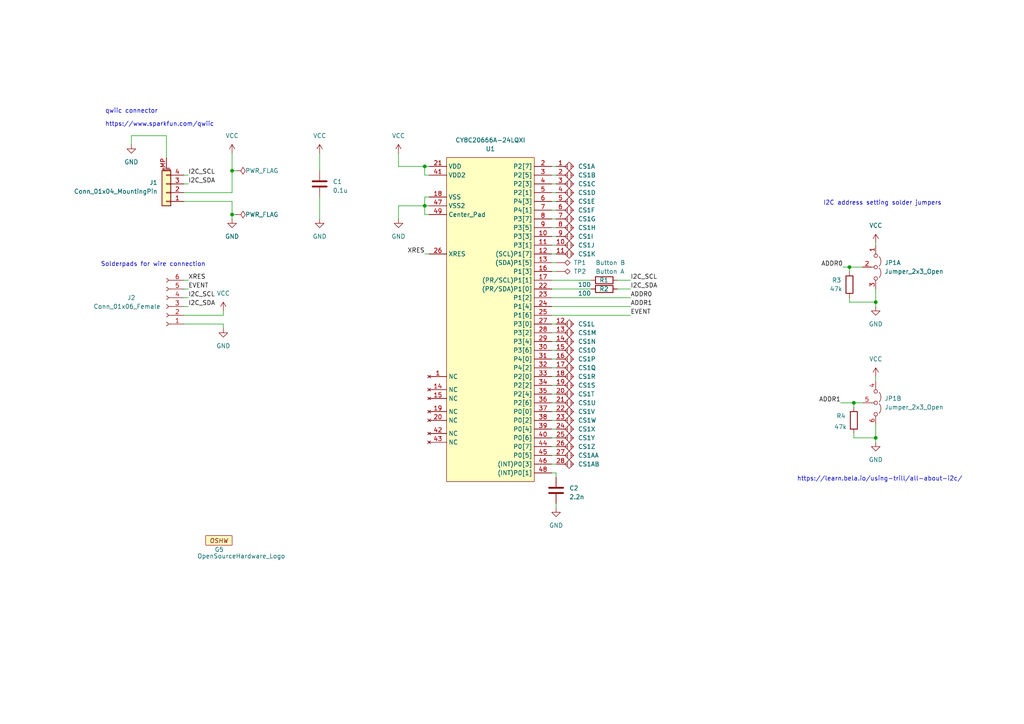
<source format=kicad_sch>
(kicad_sch (version 20230121) (generator eeschema)
  (paper "A4")
  (title_block (title "TRILL-RING") (date "2022-10-26") (rev "C3") (company "BELA / Augmented Instruments Ltd.") (comment 1 "https://bela.io"))
  (lib_symbols
    (symbol "Bela:TRILL_RING-28_CapSense" (in_bom no)
      (property "Reference" "CS" (at 4.699 -0.127 0))
      (symbol "TRILL_RING-28_CapSense_0_1"
        (polyline (pts (xy 0.762 0) (xy 0 0)))
        (polyline (pts (xy 0.762 0.762) (xy 0.762 -0.762)))
        (polyline (pts (xy 1.778 0.762) (xy 1.778 -0.762)))
        (polyline (pts (xy 2.54 0) (xy 1.778 0)))
        (polyline (pts (xy 0 0) (xy 1.27 1.27) (xy 2.54 0) (xy 1.27 -1.27) (xy 0 0)))
      )
      (symbol "TRILL_RING-28_CapSense_1_1"
        (pin input line (at -2.54 0 0) (length 2.54) (name "") (number "1"))
      )
      (symbol "TRILL_RING-28_CapSense_2_1"
        (pin input line (at -2.54 0 0) (length 2.54) (name "") (number "2"))
      )
      (symbol "TRILL_RING-28_CapSense_3_1"
        (pin input line (at -2.54 0 0) (length 2.54) (name "") (number "3"))
      )
      (symbol "TRILL_RING-28_CapSense_4_1"
        (pin input line (at -2.54 0 0) (length 2.54) (name "") (number "4"))
      )
      (symbol "TRILL_RING-28_CapSense_5_1"
        (pin input line (at -2.54 0 0) (length 2.54) (name "") (number "5"))
      )
      (symbol "TRILL_RING-28_CapSense_6_1"
        (pin input line (at -2.54 0 0) (length 2.54) (name "") (number "6"))
      )
      (symbol "TRILL_RING-28_CapSense_7_1"
        (pin input line (at -2.54 0 0) (length 2.54) (name "") (number "7"))
      )
      (symbol "TRILL_RING-28_CapSense_8_1"
        (pin input line (at -2.54 0 0) (length 2.54) (name "") (number "8"))
      )
      (symbol "TRILL_RING-28_CapSense_9_1"
        (pin input line (at -2.54 0 0) (length 2.54) (name "") (number "9"))
      )
      (symbol "TRILL_RING-28_CapSense_10_1"
        (pin input line (at -2.54 0 0) (length 2.54) (name "") (number "10"))
      )
      (symbol "TRILL_RING-28_CapSense_11_1"
        (pin input line (at -2.54 0 0) (length 2.54) (name "") (number "11"))
      )
      (symbol "TRILL_RING-28_CapSense_12_1"
        (pin input line (at -2.54 0 0) (length 2.54) (name "") (number "12"))
      )
      (symbol "TRILL_RING-28_CapSense_13_1"
        (pin input line (at -2.54 0 0) (length 2.54) (name "") (number "13"))
      )
      (symbol "TRILL_RING-28_CapSense_14_1"
        (pin input line (at -2.54 0 0) (length 2.54) (name "") (number "14"))
      )
      (symbol "TRILL_RING-28_CapSense_15_1"
        (pin input line (at -2.54 0 0) (length 2.54) (name "") (number "15"))
      )
      (symbol "TRILL_RING-28_CapSense_16_1"
        (pin input line (at -2.54 0 0) (length 2.54) (name "") (number "16"))
      )
      (symbol "TRILL_RING-28_CapSense_17_1"
        (pin input line (at -2.54 0 0) (length 2.54) (name "") (number "17"))
      )
      (symbol "TRILL_RING-28_CapSense_18_1"
        (pin input line (at -2.54 0 0) (length 2.54) (name "") (number "18"))
      )
      (symbol "TRILL_RING-28_CapSense_19_1"
        (pin input line (at -2.54 0 0) (length 2.54) (name "") (number "19"))
      )
      (symbol "TRILL_RING-28_CapSense_20_1"
        (pin input line (at -2.54 0 0) (length 2.54) (name "") (number "20"))
      )
      (symbol "TRILL_RING-28_CapSense_21_1"
        (pin input line (at -2.54 0 0) (length 2.54) (name "") (number "21"))
      )
      (symbol "TRILL_RING-28_CapSense_22_1"
        (pin input line (at -2.54 0 0) (length 2.54) (name "") (number "22"))
      )
      (symbol "TRILL_RING-28_CapSense_23_1"
        (pin input line (at -2.54 0 0) (length 2.54) (name "") (number "23"))
      )
      (symbol "TRILL_RING-28_CapSense_24_1"
        (pin input line (at -2.54 0 0) (length 2.54) (name "") (number "24"))
      )
      (symbol "TRILL_RING-28_CapSense_25_1"
        (pin input line (at -2.54 0 0) (length 2.54) (name "") (number "25"))
      )
      (symbol "TRILL_RING-28_CapSense_26_1"
        (pin input line (at -2.54 0 0) (length 2.54) (name "") (number "26"))
      )
      (symbol "TRILL_RING-28_CapSense_27_1"
        (pin input line (at -2.54 0 0) (length 2.54) (name "") (number "27"))
      )
      (symbol "TRILL_RING-28_CapSense_28_1"
        (pin input line (at -2.54 0 0) (length 2.54) (name "") (number "28"))
      )
    )
    (symbol "Connector:Conn_01x06_Female" (pin_names (offset 1.016) hide)
      (property "Reference" "J" (at 0 7.62 0))
      (property "Value" "Conn_01x06_Female" (at 0 -10.16 0))
      (symbol "Conn_01x06_Female_1_1"
        (arc (start 0 -7.112) (mid -0.5058 -7.62) (end 0 -8.128) (stroke (width 0.1524)))
        (arc (start 0 -4.572) (mid -0.5058 -5.08) (end 0 -5.588) (stroke (width 0.1524)))
        (arc (start 0 -2.032) (mid -0.5058 -2.54) (end 0 -3.048) (stroke (width 0.1524)))
        (polyline (pts (xy -1.27 -7.62) (xy -0.508 -7.62)) (stroke (width 0.1524)))
        (polyline (pts (xy -1.27 -5.08) (xy -0.508 -5.08)) (stroke (width 0.1524)))
        (polyline (pts (xy -1.27 -2.54) (xy -0.508 -2.54)) (stroke (width 0.1524)))
        (polyline (pts (xy -1.27 0) (xy -0.508 0)) (stroke (width 0.1524)))
        (polyline (pts (xy -1.27 2.54) (xy -0.508 2.54)) (stroke (width 0.1524)))
        (polyline (pts (xy -1.27 5.08) (xy -0.508 5.08)) (stroke (width 0.1524)))
        (arc (start 0 0.508) (mid -0.5058 0) (end 0 -0.508) (stroke (width 0.1524)))
        (arc (start 0 3.048) (mid -0.5058 2.54) (end 0 2.032) (stroke (width 0.1524)))
        (arc (start 0 5.588) (mid -0.5058 5.08) (end 0 4.572) (stroke (width 0.1524)))
        (pin passive line (at -5.08 5.08 0) (length 3.81) (name "Pin_1") (number "1"))
        (pin passive line (at -5.08 2.54 0) (length 3.81) (name "Pin_2") (number "2"))
        (pin passive line (at -5.08 0 0) (length 3.81) (name "Pin_3") (number "3"))
        (pin passive line (at -5.08 -2.54 0) (length 3.81) (name "Pin_4") (number "4"))
        (pin passive line (at -5.08 -5.08 0) (length 3.81) (name "Pin_5") (number "5"))
        (pin passive line (at -5.08 -7.62 0) (length 3.81) (name "Pin_6") (number "6"))
      )
    )
    (symbol "Connector:TestPoint_Alt" (pin_numbers hide) (pin_names (offset 0.762) hide)
      (property "Reference" "TP" (at 0 6.858 0))
      (property "Value" "TestPoint_Alt" (at 0 5.08 0))
      (symbol "TestPoint_Alt_0_1"
        (polyline (pts (xy 0 2.54) (xy -0.762 3.302) (xy 0 4.064) (xy 0.762 3.302) (xy 0 2.54)))
      )
      (symbol "TestPoint_Alt_1_1"
        (pin passive line (at 0 0 90) (length 2.54) (name "1") (number "1"))
      )
    )
    (symbol "Connector_Generic_MountingPin:Conn_01x04_MountingPin" (pin_names (offset 1.016) hide)
      (property "Reference" "J" (at 0 5.08 0))
      (property "Value" "Conn_01x04_MountingPin" (at 1.27 -7.62 0))
      (symbol "Conn_01x04_MountingPin_1_1"
        (rectangle (start -1.27 -4.953) (end 0 -5.207) (stroke (width 0.1524)))
        (rectangle (start -1.27 -2.413) (end 0 -2.667) (stroke (width 0.1524)))
        (rectangle (start -1.27 0.127) (end 0 -0.127) (stroke (width 0.1524)))
        (rectangle (start -1.27 2.667) (end 0 2.413) (stroke (width 0.1524)))
        (rectangle (start -1.27 3.81) (end 1.27 -6.35) (stroke (width 0.254)) (fill (type background)))
        (polyline (pts (xy -1.016 -7.112) (xy 1.016 -7.112)) (stroke (width 0.1524)))
        (text "Mounting" (at 0 -6.731 0) (effects (font (size 0.381 0.381))))
        (pin passive line (at -5.08 2.54 0) (length 3.81) (name "Pin_1") (number "1"))
        (pin passive line (at -5.08 0 0) (length 3.81) (name "Pin_2") (number "2"))
        (pin passive line (at -5.08 -2.54 0) (length 3.81) (name "Pin_3") (number "3"))
        (pin passive line (at -5.08 -5.08 0) (length 3.81) (name "Pin_4") (number "4"))
        (pin passive line (at 0 -10.16 90) (length 3.048) (name "MountPin") (number "MP"))
      )
    )
    (symbol "Device:C" (pin_numbers hide) (pin_names (offset 0.254))
      (property "Reference" "C" (at 0.635 2.54 0))
      (property "Value" "C" (at 0.635 -2.54 0))
      (symbol "C_0_1"
        (polyline (pts (xy -2.032 -0.762) (xy 2.032 -0.762)) (stroke (width 0.508)))
        (polyline (pts (xy -2.032 0.762) (xy 2.032 0.762)) (stroke (width 0.508)))
      )
      (symbol "C_1_1"
        (pin passive line (at 0 3.81 270) (length 2.794) (name "~") (number "1"))
        (pin passive line (at 0 -3.81 90) (length 2.794) (name "~") (number "2"))
      )
    )
    (symbol "Device:R" (pin_numbers hide) (pin_names (offset 0))
      (property "Reference" "R" (at 2.032 0 90))
      (property "Value" "R" (at 0 0 90))
      (symbol "R_0_1"
        (rectangle (start -1.016 -2.54) (end 1.016 2.54) (stroke (width 0.254)))
      )
      (symbol "R_1_1"
        (pin passive line (at 0 3.81 270) (length 1.27) (name "~") (number "1"))
        (pin passive line (at 0 -3.81 90) (length 1.27) (name "~") (number "2"))
      )
    )
    (symbol "TRILL:CY8C206X6A"
      (property "Reference" "U" (at 0 -53.34 0))
      (property "Value" "CY8C206X6A" (at 0 -50.8 0))
      (symbol "CY8C206X6A_0_1"
        (rectangle (start -12.7 45.72) (end 12.7 -48.26) (fill (type background)))
      )
      (symbol "CY8C206X6A_1_0"
        (pin no_connect line (at -17.78 -17.78 0) (length 5.08) (name "NC") (number "1"))
        (pin bidirectional line (at 17.78 22.86 180) (length 5.08) (name "P3[3]") (number "10"))
        (pin bidirectional line (at 17.78 20.32 180) (length 5.08) (name "P3[1]") (number "11"))
        (pin bidirectional line (at 17.78 17.78 180) (length 5.08) (name "(SCL)P1[7]") (number "12"))
        (pin bidirectional line (at 17.78 15.24 180) (length 5.08) (name "(SDA)P1[5]") (number "13"))
        (pin no_connect line (at -17.78 -21.59 0) (length 5.08) (name "NC") (number "14"))
        (pin no_connect line (at -17.78 -24.13 0) (length 5.08) (name "NC") (number "15"))
        (pin bidirectional line (at 17.78 12.7 180) (length 5.08) (name "P1[3]") (number "16"))
        (pin bidirectional line (at 17.78 10.16 180) (length 5.08) (name "(PR/SCL)P1[1]") (number "17"))
        (pin power_in line (at -17.78 34.29 0) (length 5.08) (name "VSS") (number "18"))
        (pin no_connect line (at -17.78 -27.94 0) (length 5.08) (name "NC") (number "19"))
        (pin bidirectional line (at 17.78 43.18 180) (length 5.08) (name "P2[7]") (number "2"))
        (pin no_connect line (at -17.78 -30.48 0) (length 5.08) (name "NC") (number "20"))
        (pin power_in line (at -17.78 43.18 0) (length 5.08) (name "VDD") (number "21"))
        (pin bidirectional line (at 17.78 7.62 180) (length 5.08) (name "(PR/SDA)P1[0]") (number "22"))
        (pin bidirectional line (at 17.78 5.08 180) (length 5.08) (name "P1[2]") (number "23"))
        (pin bidirectional line (at 17.78 2.54 180) (length 5.08) (name "P1[4]") (number "24"))
        (pin bidirectional line (at 17.78 0 180) (length 5.08) (name "P1[6]") (number "25"))
        (pin input line (at -17.78 17.78 0) (length 5.08) (name "XRES") (number "26"))
        (pin bidirectional line (at 17.78 -2.54 180) (length 5.08) (name "P3[0]") (number "27"))
        (pin bidirectional line (at 17.78 -5.08 180) (length 5.08) (name "P3[2]") (number "28"))
        (pin bidirectional line (at 17.78 -7.62 180) (length 5.08) (name "P3[4]") (number "29"))
        (pin bidirectional line (at 17.78 40.64 180) (length 5.08) (name "P2[5]") (number "3"))
        (pin bidirectional line (at 17.78 -10.16 180) (length 5.08) (name "P3[6]") (number "30"))
        (pin bidirectional line (at 17.78 -12.7 180) (length 5.08) (name "P4[0]") (number "31"))
        (pin bidirectional line (at 17.78 -15.24 180) (length 5.08) (name "P4[2]") (number "32"))
        (pin bidirectional line (at 17.78 -17.78 180) (length 5.08) (name "P2[0]") (number "33"))
        (pin bidirectional line (at 17.78 -20.32 180) (length 5.08) (name "P2[2]") (number "34"))
        (pin bidirectional line (at 17.78 -22.86 180) (length 5.08) (name "P2[4]") (number "35"))
        (pin bidirectional line (at 17.78 -25.4 180) (length 5.08) (name "P2[6]") (number "36"))
        (pin bidirectional line (at 17.78 -27.94 180) (length 5.08) (name "P0[0]") (number "37"))
        (pin bidirectional line (at 17.78 -30.48 180) (length 5.08) (name "P0[2]") (number "38"))
        (pin bidirectional line (at 17.78 -33.02 180) (length 5.08) (name "P0[4]") (number "39"))
        (pin bidirectional line (at 17.78 38.1 180) (length 5.08) (name "P2[3]") (number "4"))
        (pin bidirectional line (at 17.78 -35.56 180) (length 5.08) (name "P0[6]") (number "40"))
        (pin power_in line (at -17.78 40.64 0) (length 5.08) (name "VDD2") (number "41"))
        (pin no_connect line (at -17.78 -34.29 0) (length 5.08) (name "NC") (number "42"))
        (pin no_connect line (at -17.78 -36.83 0) (length 5.08) (name "NC") (number "43"))
        (pin bidirectional line (at 17.78 -38.1 180) (length 5.08) (name "P0[7]") (number "44"))
        (pin bidirectional line (at 17.78 -40.64 180) (length 5.08) (name "P0[5]") (number "45"))
        (pin bidirectional line (at 17.78 -43.18 180) (length 5.08) (name "(INT)P0[3]") (number "46"))
        (pin power_in line (at -17.78 31.75 0) (length 5.08) (name "VSS2") (number "47"))
        (pin bidirectional line (at 17.78 -45.72 180) (length 5.08) (name "(INT)P0[1]") (number "48"))
        (pin power_in line (at -17.78 29.21 0) (length 5.08) (name "Center_Pad") (number "49"))
        (pin bidirectional line (at 17.78 35.56 180) (length 5.08) (name "P2[1]") (number "5"))
        (pin bidirectional line (at 17.78 33.02 180) (length 5.08) (name "P4[3]") (number "6"))
        (pin bidirectional line (at 17.78 30.48 180) (length 5.08) (name "P4[1]") (number "7"))
        (pin bidirectional line (at 17.78 27.94 180) (length 5.08) (name "P3[7]") (number "8"))
        (pin bidirectional line (at 17.78 25.4 180) (length 5.08) (name "P3[5]") (number "9"))
      )
    )
    (symbol "TRILL:Jumper_2x3_Open" (pin_names (offset 0) hide)
      (property "Reference" "JP" (at -2.54 -2.54 0))
      (property "Value" "Jumper_2x3_Open" (at 0 2.794 0))
      (symbol "Jumper_2x3_Open_0_0"
        (circle (center -3.302 0) (radius 0.508))
        (circle (center 0 0) (radius 0.508))
        (circle (center 3.302 0) (radius 0.508))
      )
      (symbol "Jumper_2x3_Open_0_1"
        (arc (start -0.254 1.016) (mid -1.651 1.4992) (end -3.048 1.016))
        (polyline (pts (xy 0 -0.508) (xy 0 -1.27)))
        (arc (start 3.048 1.016) (mid 1.651 1.4992) (end 0.254 1.016))
      )
      (symbol "Jumper_2x3_Open_1_1"
        (pin passive line (at -6.35 0 0) (length 2.54) (name "A") (number "1"))
        (pin passive line (at 0 -3.81 90) (length 2.54) (name "C") (number "2"))
        (pin passive line (at 6.35 0 180) (length 2.54) (name "B") (number "3"))
      )
      (symbol "Jumper_2x3_Open_2_1"
        (pin passive line (at -6.35 0 0) (length 2.54) (name "A") (number "4"))
        (pin passive line (at 0 -3.81 90) (length 2.54) (name "A") (number "5"))
        (pin passive line (at 6.35 0 180) (length 2.54) (name "B") (number "6"))
      )
    )
    (symbol "TRILL:OpenSourceHardware_Logo" (pin_numbers hide) (pin_names (offset 0) hide) (in_bom no)
      (property "Reference" "G" (at 0 0 0))
      (property "Value" "OpenSourceHardware_Logo" (at 0.0508 1.9812 0))
      (symbol "OpenSourceHardware_Logo_0_0"
        (text "" (at -8.2804 -10.668 0) (effects (font (size 1.27 1.27))))
        (text "" (at -5.3594 -2.286 0) (effects (font (size 1.27 1.27))))
        (text "OSHW" (at 0 6.35 0) (effects (font (size 1.27 1.27) italic)))
      )
      (symbol "OpenSourceHardware_Logo_0_1"
        (rectangle (start -3.81 7.8232) (end 3.81 5.08) (fill (type background)))
      )
    )
    (symbol "power:GND" (power) (pin_names (offset 0))
      (property "Value" "GND" (at 0 -3.81 0))
      (symbol "GND_0_1"
        (polyline (pts (xy 0 0) (xy 0 -1.27) (xy 1.27 -1.27) (xy 0 -2.54) (xy -1.27 -1.27) (xy 0 -1.27)))
      )
      (symbol "GND_1_1"
        (pin power_in line (at 0 0 270) (length 0) hide (name "GND") (number "1"))
      )
    )
    (symbol "power:PWR_FLAG" (power) (pin_numbers hide) (pin_names (offset 0) hide)
      (property "Value" "PWR_FLAG" (at 0 3.81 0))
      (symbol "PWR_FLAG_0_0"
        (pin power_out line (at 0 0 90) (length 0) (name "pwr") (number "1"))
      )
      (symbol "PWR_FLAG_0_1"
        (polyline (pts (xy 0 0) (xy 0 1.27) (xy -1.016 1.905) (xy 0 2.54) (xy 1.016 1.905) (xy 0 1.27)))
      )
    )
    (symbol "power:VCC" (power) (pin_names (offset 0))
      (property "Value" "VCC" (at 0 3.81 0))
      (symbol "VCC_0_1"
        (polyline (pts (xy -0.762 1.27) (xy 0 2.54)))
        (polyline (pts (xy 0 0) (xy 0 2.54)))
        (polyline (pts (xy 0 2.54) (xy 0.762 1.27)))
      )
      (symbol "VCC_1_1"
        (pin power_in line (at 0 0 90) (length 0) hide (name "VCC") (number "1"))
      )
    )
  )
  (junction (at 246.38 77.47))
  (junction (at 254 127))
  (junction (at 247.65 116.84))
  (junction (at 123.19 48.26))
  (junction (at 123.19 59.69))
  (junction (at 67.31 62.23))
  (junction (at 254 87.63))
  (junction (at 67.31 49.53))
  (wire (pts (xy 53.34 88.9) (xy 54.61 88.9)))
  (wire (pts (xy 53.34 86.36) (xy 54.61 86.36)))
  (wire (pts (xy 68.58 49.53) (xy 67.31 49.53)))
  (wire (pts (xy 160.02 101.6) (xy 161.29 101.6)))
  (wire (pts (xy 254 127) (xy 247.65 127)))
  (wire (pts (xy 254 123.19) (xy 254 127)))
  (wire (pts (xy 115.57 59.69) (xy 115.57 63.5)))
  (wire (pts (xy 160.02 88.9) (xy 182.88 88.9)))
  (wire (pts (xy 160.02 71.12) (xy 161.29 71.12)))
  (wire (pts (xy 124.46 57.15) (xy 123.19 57.15)))
  (wire (pts (xy 160.02 119.38) (xy 161.29 119.38)))
  (wire (pts (xy 244.475 77.47) (xy 246.38 77.47)))
  (wire (pts (xy 67.31 49.53) (xy 67.31 44.45)))
  (wire (pts (xy 161.29 138.43) (xy 161.29 137.16)))
  (wire (pts (xy 160.02 73.66) (xy 161.29 73.66)))
  (wire (pts (xy 123.19 50.8) (xy 123.19 48.26)))
  (wire (pts (xy 160.02 83.82) (xy 171.45 83.82)))
  (wire (pts (xy 53.34 91.44) (xy 64.77 91.44)))
  (wire (pts (xy 160.02 55.88) (xy 161.29 55.88)))
  (wire (pts (xy 53.34 53.34) (xy 54.61 53.34)))
  (wire (pts (xy 160.02 60.96) (xy 161.29 60.96)))
  (wire (pts (xy 67.31 58.42) (xy 67.31 62.23)))
  (wire (pts (xy 247.65 125.73) (xy 247.65 127)))
  (wire (pts (xy 254 109.22) (xy 254 110.49)))
  (wire (pts (xy 160.02 58.42) (xy 161.29 58.42)))
  (wire (pts (xy 160.02 127) (xy 161.29 127)))
  (wire (pts (xy 48.26 39.37) (xy 38.1 39.37)))
  (wire (pts (xy 160.02 134.62) (xy 161.29 134.62)))
  (wire (pts (xy 254 70.485) (xy 254 71.12)))
  (wire (pts (xy 48.26 39.37) (xy 48.26 45.72)))
  (wire (pts (xy 160.02 106.68) (xy 161.29 106.68)))
  (wire (pts (xy 53.34 83.82) (xy 54.61 83.82)))
  (wire (pts (xy 160.02 104.14) (xy 161.29 104.14)))
  (wire (pts (xy 64.77 91.44) (xy 64.77 90.17)))
  (wire (pts (xy 160.02 53.34) (xy 161.29 53.34)))
  (wire (pts (xy 123.19 59.69) (xy 115.57 59.69)))
  (wire (pts (xy 160.02 99.06) (xy 161.29 99.06)))
  (wire (pts (xy 254 127) (xy 254 128.27)))
  (wire (pts (xy 92.71 44.45) (xy 92.71 49.53)))
  (wire (pts (xy 160.02 86.36) (xy 182.88 86.36)))
  (wire (pts (xy 160.02 93.98) (xy 161.29 93.98)))
  (wire (pts (xy 254 88.9) (xy 254 87.63)))
  (wire (pts (xy 124.46 50.8) (xy 123.19 50.8)))
  (wire (pts (xy 160.02 114.3) (xy 161.29 114.3)))
  (wire (pts (xy 160.02 91.44) (xy 182.88 91.44)))
  (wire (pts (xy 246.38 86.36) (xy 246.38 87.63)))
  (wire (pts (xy 179.07 83.82) (xy 182.88 83.82)))
  (wire (pts (xy 160.02 81.28) (xy 171.45 81.28)))
  (wire (pts (xy 68.58 62.23) (xy 67.31 62.23)))
  (wire (pts (xy 160.02 121.92) (xy 161.29 121.92)))
  (wire (pts (xy 123.19 59.69) (xy 123.19 62.23)))
  (wire (pts (xy 67.31 55.88) (xy 67.31 49.53)))
  (wire (pts (xy 160.02 129.54) (xy 161.29 129.54)))
  (wire (pts (xy 160.02 116.84) (xy 161.29 116.84)))
  (wire (pts (xy 246.38 77.47) (xy 246.38 78.74)))
  (wire (pts (xy 160.02 68.58) (xy 161.29 68.58)))
  (wire (pts (xy 247.65 116.84) (xy 250.19 116.84)))
  (wire (pts (xy 123.19 48.26) (xy 124.46 48.26)))
  (wire (pts (xy 254 83.82) (xy 254 87.63)))
  (wire (pts (xy 160.02 124.46) (xy 161.29 124.46)))
  (wire (pts (xy 247.65 116.84) (xy 247.65 118.11)))
  (wire (pts (xy 123.19 73.66) (xy 124.46 73.66)))
  (wire (pts (xy 53.34 81.28) (xy 54.61 81.28)))
  (wire (pts (xy 123.19 62.23) (xy 124.46 62.23)))
  (wire (pts (xy 160.02 109.22) (xy 161.29 109.22)))
  (wire (pts (xy 160.02 111.76) (xy 161.29 111.76)))
  (wire (pts (xy 246.38 87.63) (xy 254 87.63)))
  (wire (pts (xy 246.38 77.47) (xy 250.19 77.47)))
  (wire (pts (xy 67.31 62.23) (xy 67.31 63.5)))
  (wire (pts (xy 123.19 57.15) (xy 123.19 59.69)))
  (wire (pts (xy 53.34 55.88) (xy 67.31 55.88)))
  (wire (pts (xy 92.71 57.15) (xy 92.71 63.5)))
  (wire (pts (xy 179.07 81.28) (xy 182.88 81.28)))
  (wire (pts (xy 160.02 78.74) (xy 161.29 78.74)))
  (wire (pts (xy 243.84 116.84) (xy 247.65 116.84)))
  (wire (pts (xy 160.02 76.2) (xy 161.29 76.2)))
  (wire (pts (xy 64.77 93.98) (xy 64.77 95.25)))
  (wire (pts (xy 38.1 39.37) (xy 38.1 41.91)))
  (wire (pts (xy 123.19 48.26) (xy 115.57 48.26)))
  (wire (pts (xy 161.29 146.05) (xy 161.29 147.32)))
  (wire (pts (xy 53.34 58.42) (xy 67.31 58.42)))
  (wire (pts (xy 160.02 132.08) (xy 161.29 132.08)))
  (wire (pts (xy 160.02 50.8) (xy 161.29 50.8)))
  (wire (pts (xy 161.29 137.16) (xy 160.02 137.16)))
  (wire (pts (xy 160.02 96.52) (xy 161.29 96.52)))
  (wire (pts (xy 53.34 93.98) (xy 64.77 93.98)))
  (wire (pts (xy 160.02 63.5) (xy 161.29 63.5)))
  (wire (pts (xy 124.46 59.69) (xy 123.19 59.69)))
  (wire (pts (xy 160.02 48.26) (xy 161.29 48.26)))
  (wire (pts (xy 115.57 44.45) (xy 115.57 48.26)))
  (wire (pts (xy 160.02 66.04) (xy 161.29 66.04)))
  (wire (pts (xy 53.34 50.8) (xy 54.61 50.8)))
  (text "I2C address setting solder jumpers" (at 238.76 59.69 0) (effects (font (size 1.27 1.27)) (justify left bottom)))
  (text "qwiic connector" (at 30.48 33.02 0) (effects (font (size 1.27 1.27)) (justify left bottom)))
  (text "Solderpads for wire connection" (at 29.21 77.47 0) (effects (font (size 1.27 1.27)) (justify left bottom)))
  (text "https://learn.bela.io/using-trill/all-about-i2c/" (at 231.14 139.7 0) (effects (font (size 1.27 1.27)) (justify left bottom)))
  (text "https://www.sparkfun.com/qwiic" (at 30.48 36.83 0) (effects (font (size 1.27 1.27)) (justify left bottom)))
  (label "ADDR1" (at 182.88 88.9 0))
  (label "I2C_SCL" (at 54.61 86.36 0))
  (label "I2C_SCL" (at 54.61 50.8 0))
  (label "I2C_SDA" (at 54.61 88.9 0))
  (label "I2C_SCL" (at 182.88 81.28 0))
  (label "ADDR1" (at 243.84 116.84 0))
  (label "XRES" (at 123.19 73.66 0))
  (label "I2C_SDA" (at 54.61 53.34 0))
  (label "ADDR0" (at 244.475 77.47 0))
  (label "XRES" (at 54.61 81.28 0))
  (label "I2C_SDA" (at 182.88 83.82 0))
  (label "EVENT" (at 54.61 83.82 0))
  (label "EVENT" (at 182.88 91.44 0))
  (label "ADDR0" (at 182.88 86.36 0))
  (symbol (lib_id "power:GND") (at 254 128.27 0) (unit 1)
    (property "Reference" "#PWR014" (effects hide))
    (property "Value" "GND" (at 254 133.35 0))
  )
  (symbol (lib_id "Bela:TRILL_RING-28_CapSense") (at 163.83 134.62 0) (unit 28) (in_bom no)
    (property "Reference" "CS1" (at 167.64 134.6199 0) (effects (justify left)))
    (property "Value" "TRILL_RING-28_CapSense" (effects hide))
    (property "Footprint" "TRILL:TRILL_RING_CapSense" (effects hide))
  )
  (symbol (lib_id "Bela:TRILL_RING-28_CapSense") (at 163.83 124.46 0) (unit 24) (in_bom no)
    (property "Reference" "CS1" (at 167.64 124.4599 0) (effects (justify left)))
    (property "Value" "TRILL_RING-28_CapSense" (effects hide))
    (property "Footprint" "TRILL:TRILL_RING_CapSense" (effects hide))
  )
  (symbol (lib_id "Bela:TRILL_RING-28_CapSense") (at 163.83 68.58 0) (unit 9) (in_bom no)
    (property "Reference" "CS1" (at 167.64 68.5799 0) (effects (justify left)))
    (property "Value" "TRILL_RING-28_CapSense" (effects hide))
    (property "Footprint" "TRILL:TRILL_RING_CapSense" (effects hide))
  )
  (symbol (lib_id "Device:C") (at 161.29 142.24 0) (unit 1)
    (property "Reference" "C2" (at 165.1 141.605 0) (effects (justify left)))
    (property "Value" "2.2n" (at 165.1 144.145 0) (effects (justify left)))
    (property "Footprint" "Capacitor_SMD:C_0402_1005Metric" (effects hide))
  )
  (symbol (lib_id "Connector:Conn_01x06_Female") (at 48.26 88.9 180) (unit 1) (in_bom no)
    (property "Reference" "J2" (at 38.1 86.36 0))
    (property "Value" "Conn_01x06_Female" (at 36.83 88.9 0))
    (property "Footprint" "TRILL:I2C+EVT_RST_Wire_connector_SMD" (effects hide))
  )
  (symbol (lib_id "power:VCC") (at 64.77 90.17 0) (unit 1)
    (property "Reference" "#PWR02" (effects hide))
    (property "Value" "VCC" (at 64.77 85.09 0))
  )
  (symbol (lib_id "power:VCC") (at 115.57 44.45 0) (unit 1)
    (property "Reference" "#PWR08" (effects hide))
    (property "Value" "VCC" (at 115.57 39.37 0))
  )
  (symbol (lib_id "Bela:TRILL_RING-28_CapSense") (at 163.83 48.26 0) (unit 1) (in_bom no)
    (property "Reference" "CS1" (at 167.64 48.2599 0) (effects (justify left)))
    (property "Value" "TRILL_RING-28_CapSense" (effects hide))
    (property "Footprint" "TRILL:TRILL_RING_CapSense" (effects hide))
  )
  (symbol (lib_id "Bela:TRILL_RING-28_CapSense") (at 163.83 104.14 0) (unit 16) (in_bom no)
    (property "Reference" "CS1" (at 167.64 104.1399 0) (effects (justify left)))
    (property "Value" "TRILL_RING-28_CapSense" (effects hide))
    (property "Footprint" "TRILL:TRILL_RING_CapSense" (effects hide))
  )
  (symbol (lib_id "Bela:TRILL_RING-28_CapSense") (at 163.83 93.98 0) (unit 12) (in_bom no)
    (property "Reference" "CS1" (at 167.64 93.9799 0) (effects (justify left)))
    (property "Value" "TRILL_RING-28_CapSense" (effects hide))
    (property "Footprint" "TRILL:TRILL_RING_CapSense" (effects hide))
  )
  (symbol (lib_id "Bela:TRILL_RING-28_CapSense") (at 163.83 116.84 0) (unit 21) (in_bom no)
    (property "Reference" "CS1" (at 167.64 116.8399 0) (effects (justify left)))
    (property "Value" "TRILL_RING-28_CapSense" (effects hide))
    (property "Footprint" "TRILL:TRILL_RING_CapSense" (effects hide))
  )
  (symbol (lib_id "Device:R") (at 175.26 83.82 90) (unit 1)
    (property "Reference" "R2" (at 176.53 83.82 90) (effects (justify left)))
    (property "Value" "100" (at 171.45 85.09 90) (effects (justify left)))
    (property "Footprint" "Resistor_SMD:R_0402_1005Metric" (effects hide))
  )
  (symbol (lib_id "power:PWR_FLAG") (at 68.58 49.53 270) (unit 1)
    (property "Reference" "#FLG01" (effects hide))
    (property "Value" "PWR_FLAG" (at 71.12 49.53 90) (effects (justify left)))
  )
  (symbol (lib_id "Bela:TRILL_RING-28_CapSense") (at 163.83 55.88 0) (unit 4) (in_bom no)
    (property "Reference" "CS1" (at 167.64 55.8799 0) (effects (justify left)))
    (property "Value" "TRILL_RING-28_CapSense" (effects hide))
    (property "Footprint" "TRILL:TRILL_RING_CapSense" (effects hide))
  )
  (symbol (lib_id "Bela:TRILL_RING-28_CapSense") (at 163.83 106.68 0) (unit 17) (in_bom no)
    (property "Reference" "CS1" (at 167.64 106.6799 0) (effects (justify left)))
    (property "Value" "TRILL_RING-28_CapSense" (effects hide))
    (property "Footprint" "TRILL:TRILL_RING_CapSense" (effects hide))
  )
  (symbol (lib_id "Bela:TRILL_RING-28_CapSense") (at 163.83 111.76 0) (unit 19) (in_bom no)
    (property "Reference" "CS1" (at 167.64 111.7599 0) (effects (justify left)))
    (property "Value" "TRILL_RING-28_CapSense" (effects hide))
    (property "Footprint" "TRILL:TRILL_RING_CapSense" (effects hide))
  )
  (symbol (lib_id "Bela:TRILL_RING-28_CapSense") (at 163.83 129.54 0) (unit 26) (in_bom no)
    (property "Reference" "CS1" (at 167.64 129.5399 0) (effects (justify left)))
    (property "Value" "TRILL_RING-28_CapSense" (effects hide))
    (property "Footprint" "TRILL:TRILL_RING_CapSense" (effects hide))
  )
  (symbol (lib_id "Bela:TRILL_RING-28_CapSense") (at 163.83 96.52 0) (unit 13) (in_bom no)
    (property "Reference" "CS1" (at 167.64 96.5199 0) (effects (justify left)))
    (property "Value" "TRILL_RING-28_CapSense" (effects hide))
    (property "Footprint" "TRILL:TRILL_RING_CapSense" (effects hide))
  )
  (symbol (lib_id "TRILL:OpenSourceHardware_Logo") (at 63.5 163.195 0) (unit 1) (in_bom no)
    (property "Reference" "G5" (at 62.23 159.385 0) (effects (justify left)))
    (property "Value" "OpenSourceHardware_Logo" (at 57.15 161.29 0) (effects (justify left)))
    (property "Footprint" "TRILL:OpenSourceHardware_Logo" (effects hide))
  )
  (symbol (lib_id "TRILL:CY8C206X6A") (at 142.24 91.44 0) (unit 1)
    (property "Reference" "U1" (at 142.24 43.18 0))
    (property "Value" "CY8C20666A-24LQXI" (at 142.24 40.64 0))
    (property "Footprint" "Package_DFN_QFN:QFN-48-1EP_6x6mm_P0.4mm_EP4.6x4.6mm" (effects hide))
    (property "Datasheet" "https://www.infineon.com/dgdl/Infineon-CY8C20XX6A_S_1.8_V_Programmable_CapSense_Controller_with_SmartSense_Auto-tuning_1-33_Buttons_0-6_Sliders-DataSheet-v26_00-EN.pdf?fileId=8ac78c8c7d0d8da4017d0ecc6dc04671" (effects hide))
  )
  (symbol (lib_id "Bela:TRILL_RING-28_CapSense") (at 163.83 127 0) (unit 25) (in_bom no)
    (property "Reference" "CS1" (at 167.64 126.9999 0) (effects (justify left)))
    (property "Value" "TRILL_RING-28_CapSense" (effects hide))
    (property "Footprint" "TRILL:TRILL_RING_CapSense" (effects hide))
  )
  (symbol (lib_id "power:VCC") (at 254 70.485 0) (unit 1)
    (property "Reference" "#PWR011" (effects hide))
    (property "Value" "VCC" (at 254 65.405 0))
  )
  (symbol (lib_id "power:GND") (at 38.1 41.91 0) (unit 1)
    (property "Reference" "#PWR01" (effects hide))
    (property "Value" "GND" (at 38.1 46.99 0))
  )
  (symbol (lib_id "power:GND") (at 254 88.9 0) (unit 1)
    (property "Reference" "#PWR012" (effects hide))
    (property "Value" "GND" (at 254 93.98 0))
  )
  (symbol (lib_id "Bela:TRILL_RING-28_CapSense") (at 163.83 63.5 0) (unit 7) (in_bom no)
    (property "Reference" "CS1" (at 167.64 63.4999 0) (effects (justify left)))
    (property "Value" "TRILL_RING-28_CapSense" (effects hide))
    (property "Footprint" "TRILL:TRILL_RING_CapSense" (effects hide))
  )
  (symbol (lib_id "Bela:TRILL_RING-28_CapSense") (at 163.83 101.6 0) (unit 15) (in_bom no)
    (property "Reference" "CS1" (at 167.64 101.5999 0) (effects (justify left)))
    (property "Value" "TRILL_RING-28_CapSense" (effects hide))
    (property "Footprint" "TRILL:TRILL_RING_CapSense" (effects hide))
  )
  (symbol (lib_id "Bela:TRILL_RING-28_CapSense") (at 163.83 71.12 0) (unit 10) (in_bom no)
    (property "Reference" "CS1" (at 167.64 71.1199 0) (effects (justify left)))
    (property "Value" "TRILL_RING-28_CapSense" (effects hide))
    (property "Footprint" "TRILL:TRILL_RING_CapSense" (effects hide))
  )
  (symbol (lib_id "Bela:TRILL_RING-28_CapSense") (at 163.83 60.96 0) (unit 6) (in_bom no)
    (property "Reference" "CS1" (at 167.64 60.9599 0) (effects (justify left)))
    (property "Value" "TRILL_RING-28_CapSense" (effects hide))
    (property "Footprint" "TRILL:TRILL_RING_CapSense" (effects hide))
  )
  (symbol (lib_id "power:VCC") (at 67.31 44.45 0) (unit 1)
    (property "Reference" "#PWR04" (effects hide))
    (property "Value" "VCC" (at 67.31 39.37 0))
  )
  (symbol (lib_id "TRILL:Jumper_2x3_Open") (at 254 116.84 270) (unit 2) (in_bom no)
    (property "Reference" "JP1" (at 256.54 115.5699 90) (effects (justify left)))
    (property "Value" "Jumper_2x3_Open" (at 256.54 118.1099 90) (effects (justify left)))
    (property "Footprint" "TRILL:SolderJumper-2x3_P1.3mm_Open_Pad1.0x1.5mm" (effects hide))
  )
  (symbol (lib_id "power:GND") (at 67.31 63.5 0) (unit 1)
    (property "Reference" "#PWR05" (effects hide))
    (property "Value" "GND" (at 67.31 68.58 0))
  )
  (symbol (lib_id "Bela:TRILL_RING-28_CapSense") (at 163.83 109.22 0) (unit 18) (in_bom no)
    (property "Reference" "CS1" (at 167.64 109.2199 0) (effects (justify left)))
    (property "Value" "TRILL_RING-28_CapSense" (effects hide))
    (property "Footprint" "TRILL:TRILL_RING_CapSense" (effects hide))
  )
  (symbol (lib_id "power:PWR_FLAG") (at 68.58 62.23 270) (unit 1)
    (property "Reference" "#FLG02" (effects hide))
    (property "Value" "PWR_FLAG" (at 71.12 62.23 90) (effects (justify left)))
  )
  (symbol (lib_id "Bela:TRILL_RING-28_CapSense") (at 163.83 99.06 0) (unit 14) (in_bom no)
    (property "Reference" "CS1" (at 167.64 99.0599 0) (effects (justify left)))
    (property "Value" "TRILL_RING-28_CapSense" (effects hide))
    (property "Footprint" "TRILL:TRILL_RING_CapSense" (effects hide))
  )
  (symbol (lib_id "Device:R") (at 246.38 82.55 0) (unit 1)
    (property "Reference" "R3" (at 241.3 81.28 0) (effects (justify left)))
    (property "Value" "47k" (at 240.665 83.82 0) (effects (justify left)))
    (property "Footprint" "Resistor_SMD:R_0402_1005Metric" (effects hide))
  )
  (symbol (lib_id "Connector:TestPoint_Alt") (at 161.29 76.2 270) (unit 1) (in_bom no)
    (property "Reference" "TP1" (at 166.37 76.2 90) (effects (justify left)))
    (property "Value" "Button B" (at 172.72 76.2 90) (effects (justify left)))
    (property "Footprint" "TestPoint:TestPoint_Pad_D2.0mm" (effects hide))
  )
  (symbol (lib_id "Bela:TRILL_RING-28_CapSense") (at 163.83 50.8 0) (unit 2) (in_bom no)
    (property "Reference" "CS1" (at 167.64 50.7999 0) (effects (justify left)))
    (property "Value" "TRILL_RING-28_CapSense" (effects hide))
    (property "Footprint" "TRILL:TRILL_RING_CapSense" (effects hide))
  )
  (symbol (lib_id "power:GND") (at 64.77 95.25 0) (unit 1)
    (property "Reference" "#PWR03" (effects hide))
    (property "Value" "GND" (at 64.77 100.33 0))
  )
  (symbol (lib_id "Connector:TestPoint_Alt") (at 161.29 78.74 270) (unit 1) (in_bom no)
    (property "Reference" "TP2" (at 166.37 78.74 90) (effects (justify left)))
    (property "Value" "Button A" (at 172.72 78.74 90) (effects (justify left)))
    (property "Footprint" "TestPoint:TestPoint_Pad_D2.0mm" (effects hide))
  )
  (symbol (lib_id "Bela:TRILL_RING-28_CapSense") (at 163.83 73.66 0) (unit 11) (in_bom no)
    (property "Reference" "CS1" (at 167.64 73.6599 0) (effects (justify left)))
    (property "Value" "TRILL_RING-28_CapSense" (effects hide))
    (property "Footprint" "TRILL:TRILL_RING_CapSense" (effects hide))
  )
  (symbol (lib_id "power:VCC") (at 254 109.22 0) (unit 1)
    (property "Reference" "#PWR013" (effects hide))
    (property "Value" "VCC" (at 254 104.14 0))
  )
  (symbol (lib_id "Device:R") (at 175.26 81.28 90) (unit 1)
    (property "Reference" "R1" (at 176.53 81.28 90) (effects (justify left)))
    (property "Value" "100" (at 171.45 82.55 90) (effects (justify left)))
    (property "Footprint" "Resistor_SMD:R_0402_1005Metric" (effects hide))
  )
  (symbol (lib_id "Bela:TRILL_RING-28_CapSense") (at 163.83 114.3 0) (unit 20) (in_bom no)
    (property "Reference" "CS1" (at 167.64 114.2999 0) (effects (justify left)))
    (property "Value" "TRILL_RING-28_CapSense" (effects hide))
    (property "Footprint" "TRILL:TRILL_RING_CapSense" (effects hide))
  )
  (symbol (lib_id "TRILL:Jumper_2x3_Open") (at 254 77.47 270) (unit 1) (in_bom no)
    (property "Reference" "JP1" (at 256.54 76.1999 90) (effects (justify left)))
    (property "Value" "Jumper_2x3_Open" (at 256.54 78.7399 90) (effects (justify left)))
    (property "Footprint" "TRILL:SolderJumper-2x3_P1.3mm_Open_Pad1.0x1.5mm" (effects hide))
  )
  (symbol (lib_id "power:GND") (at 115.57 63.5 0) (unit 1)
    (property "Reference" "#PWR09" (effects hide))
    (property "Value" "GND" (at 115.57 68.58 0))
  )
  (symbol (lib_id "Bela:TRILL_RING-28_CapSense") (at 163.83 53.34 0) (unit 3) (in_bom no)
    (property "Reference" "CS1" (at 167.64 53.3399 0) (effects (justify left)))
    (property "Value" "TRILL_RING-28_CapSense" (effects hide))
    (property "Footprint" "TRILL:TRILL_RING_CapSense" (effects hide))
  )
  (symbol (lib_id "power:GND") (at 92.71 63.5 0) (unit 1)
    (property "Reference" "#PWR07" (effects hide))
    (property "Value" "GND" (at 92.71 68.58 0))
  )
  (symbol (lib_id "power:GND") (at 161.29 147.32 0) (unit 1)
    (property "Reference" "#PWR010" (effects hide))
    (property "Value" "GND" (at 161.29 152.4 0))
  )
  (symbol (lib_id "Device:R") (at 247.65 121.92 0) (unit 1)
    (property "Reference" "R4" (at 242.57 120.65 0) (effects (justify left)))
    (property "Value" "47k" (at 241.935 123.825 0) (effects (justify left)))
    (property "Footprint" "Resistor_SMD:R_0402_1005Metric" (effects hide))
  )
  (symbol (lib_id "Device:C") (at 92.71 53.34 0) (unit 1)
    (property "Reference" "C1" (at 96.52 52.705 0) (effects (justify left)))
    (property "Value" "0.1u" (at 96.52 55.245 0) (effects (justify left)))
    (property "Footprint" "Capacitor_SMD:C_0402_1005Metric" (effects hide))
  )
  (symbol (lib_id "Bela:TRILL_RING-28_CapSense") (at 163.83 66.04 0) (unit 8) (in_bom no)
    (property "Reference" "CS1" (at 167.64 66.0399 0) (effects (justify left)))
    (property "Value" "TRILL_RING-28_CapSense" (effects hide))
    (property "Footprint" "TRILL:TRILL_RING_CapSense" (effects hide))
  )
  (symbol (lib_id "Bela:TRILL_RING-28_CapSense") (at 163.83 121.92 0) (unit 23) (in_bom no)
    (property "Reference" "CS1" (at 167.64 121.9199 0) (effects (justify left)))
    (property "Value" "TRILL_RING-28_CapSense" (effects hide))
    (property "Footprint" "TRILL:TRILL_RING_CapSense" (effects hide))
  )
  (symbol (lib_id "Connector_Generic_MountingPin:Conn_01x04_MountingPin") (at 48.26 55.88 180) (unit 1)
    (property "Reference" "J1" (at 45.72 52.9843 0) (effects (justify left)))
    (property "Value" "Conn_01x04_MountingPin" (at 45.72 55.5243 0) (effects (justify left)))
    (property "Footprint" "TRILL:qwiic_horizontal_SMD" (effects hide))
  )
  (symbol (lib_id "Bela:TRILL_RING-28_CapSense") (at 163.83 132.08 0) (unit 27) (in_bom no)
    (property "Reference" "CS1" (at 167.64 132.0799 0) (effects (justify left)))
    (property "Value" "TRILL_RING-28_CapSense" (effects hide))
    (property "Footprint" "TRILL:TRILL_RING_CapSense" (effects hide))
  )
  (symbol (lib_id "power:VCC") (at 92.71 44.45 0) (unit 1)
    (property "Reference" "#PWR06" (effects hide))
    (property "Value" "VCC" (at 92.71 39.37 0))
  )
  (symbol (lib_id "Bela:TRILL_RING-28_CapSense") (at 163.83 58.42 0) (unit 5) (in_bom no)
    (property "Reference" "CS1" (at 167.64 58.4199 0) (effects (justify left)))
    (property "Value" "TRILL_RING-28_CapSense" (effects hide))
    (property "Footprint" "TRILL:TRILL_RING_CapSense" (effects hide))
  )
  (symbol (lib_id "Bela:TRILL_RING-28_CapSense") (at 163.83 119.38 0) (unit 22) (in_bom no)
    (property "Reference" "CS1" (at 167.64 119.3799 0) (effects (justify left)))
    (property "Value" "TRILL_RING-28_CapSense" (effects hide))
    (property "Footprint" "TRILL:TRILL_RING_CapSense" (effects hide))
  )
)
</source>
